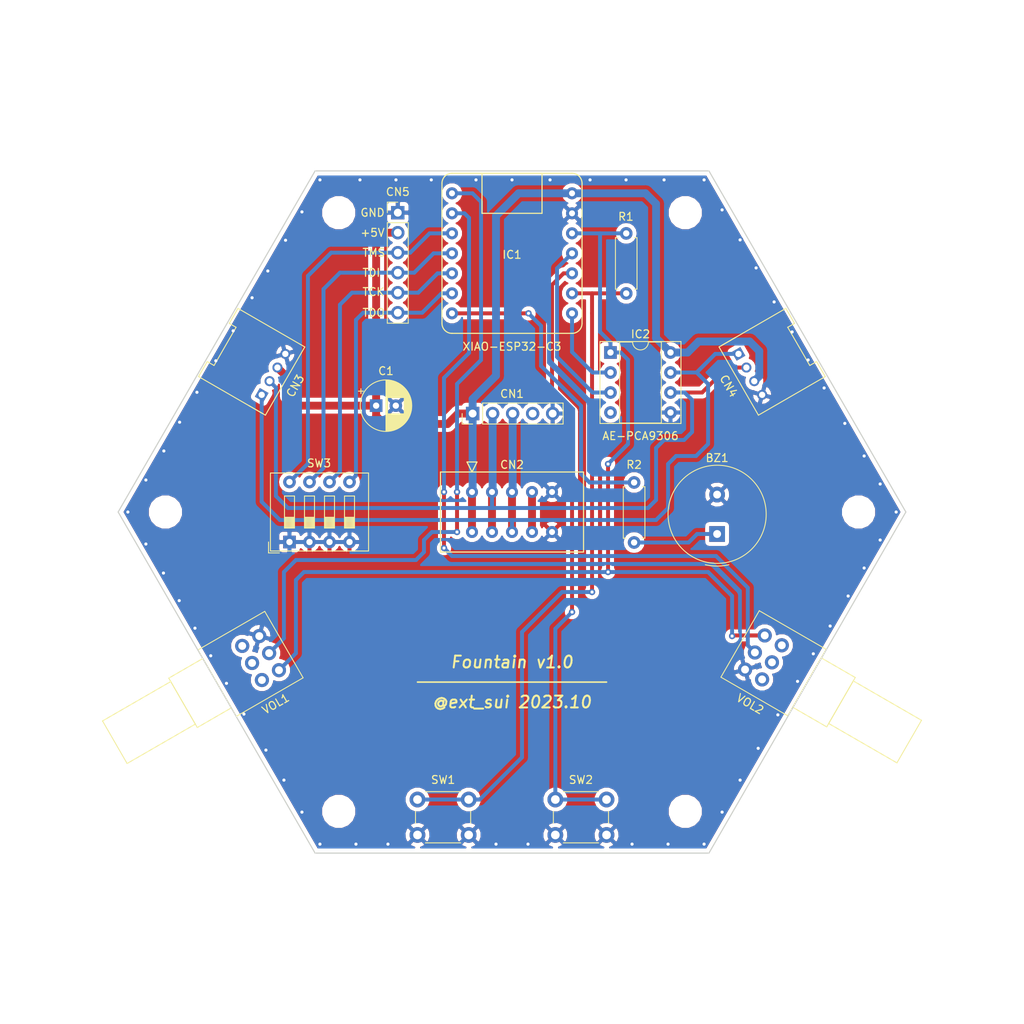
<source format=kicad_pcb>
(kicad_pcb (version 20171130) (host pcbnew "(5.0.2)-1")
  (layers (0 F.Cu signal) (31 B.Cu signal) (34 B.Paste user) (35 F.Paste user) (36 B.SilkS user) (37 F.SilkS user) (38 B.Mask user) (39 F.Mask user) (44 Edge.Cuts user))
  (net 0 "")
  (net 1 GND)
  (net 2 5V)
  (net 3 3V3)
  (net 4 "Net-(BZ1-Pad1)")
  (net 5 SDA_5V)
  (net 6 SCL_5V)
  (net 7 "Net-(CN1-Pad4)")
  (net 8 "Net-(CN2-Pad4)")
  (net 9 SDA_3V3)
  (net 10 "Net-(IC1-Pad10)")
  (net 11 "Net-(IC1-Pad9)")
  (net 12 SCL_3V3)
  (net 13 "Net-(IC1-Pad7)")
  (net 14 RV2)
  (net 15 RV1)
  (net 16 "Net-(IC2-Pad4)")
  (net 17 "Net-(VOL1-Pad1)")
  (net 18 "Net-(VOL1-Pad2)")
  (net 19 "Net-(VOL1-Pad3)")
  (net 20 "Net-(VOL2-Pad3)")
  (net 21 "Net-(VOL2-Pad2)")
  (net 22 "Net-(VOL2-Pad1)")
  (net 23 "Net-(CN5-Pad4)")
  (net 24 "Net-(CN5-Pad3)")
  (net 25 "Net-(CN5-Pad5)")
  (net 26 "Net-(CN5-Pad6)")
  (module extsui:SeeeduinoXIAO (layer F.Cu) (at 130 62)
    (fp_text reference IC1 (at 0 10.334) (layer F.SilkS))
    (fp_text value XIAO-ESP32-C3)
    (fp_text user XIAO-ESP32-C3 (at 0 22) (layer F.SilkS))
    (pad 14 thru_hole circle (at 7.62 2.54) (size 1.524 1.524) (drill 0.762) (layers *.Cu *.Mask) (net 2 5V))
    (pad 13 thru_hole circle (at 7.62 5.08) (size 1.524 1.524) (drill 0.762) (layers *.Cu *.Mask) (net 1 GND))
    (pad 12 thru_hole circle (at 7.62 7.62) (size 1.524 1.524) (drill 0.762) (layers *.Cu *.Mask) (net 3 3V3))
    (pad 11 thru_hole circle (at 7.62 10.16) (size 1.524 1.524) (drill 0.762) (layers *.Cu *.Mask) (net 9 SDA_3V3))
    (pad 10 thru_hole circle (at 7.62 12.7) (size 1.524 1.524) (drill 0.762) (layers *.Cu *.Mask) (net 10 "Net-(IC1-Pad10)"))
    (pad 9 thru_hole circle (at 7.62 15.24) (size 1.524 1.524) (drill 0.762) (layers *.Cu *.Mask) (net 11 "Net-(IC1-Pad9)"))
    (pad 8 thru_hole circle (at 7.62 17.78) (size 1.524 1.524) (drill 0.762) (layers *.Cu *.Mask) (net 12 SCL_3V3))
    (pad 7 thru_hole circle (at -7.62 17.78) (size 1.524 1.524) (drill 0.762) (layers *.Cu *.Mask) (net 13 "Net-(IC1-Pad7)"))
    (pad 6 thru_hole circle (at -7.62 15.24) (size 1.524 1.524) (drill 0.762) (layers *.Cu *.Mask) (net 26 "Net-(CN5-Pad6)"))
    (pad 5 thru_hole circle (at -7.62 12.7) (size 1.524 1.524) (drill 0.762) (layers *.Cu *.Mask) (net 25 "Net-(CN5-Pad5)"))
    (pad 4 thru_hole circle (at -7.62 10.16) (size 1.524 1.524) (drill 0.762) (layers *.Cu *.Mask) (net 23 "Net-(CN5-Pad4)"))
    (pad 3 thru_hole circle (at -7.62 7.62) (size 1.524 1.524) (drill 0.762) (layers *.Cu *.Mask) (net 24 "Net-(CN5-Pad3)"))
    (pad 2 thru_hole circle (at -7.62 5.08) (size 1.524 1.524) (drill 0.762) (layers *.Cu *.Mask) (net 14 RV2))
    (pad 1 thru_hole circle (at -7.62 2.54) (size 1.524 1.524) (drill 0.762) (layers *.Cu *.Mask) (net 15 RV1))
  )
  (module MountingHole:MountingHole_3.2mm_M3 (layer F.Cu) (at 108 143)
    (fp_text reference H1 hide)
    (fp_text value MountingHole)
    (pad 1 np_thru_hole circle (at 0 0) (size 3.2 3.2) (drill 3.2) (layers *.Cu *.Mask))
  )
  (module MountingHole:MountingHole_3.2mm_M3 (layer F.Cu) (at 152 143)
    (fp_text reference H2 hide)
    (fp_text value MountingHole)
    (pad 1 np_thru_hole circle (at 0 0) (size 3.2 3.2) (drill 3.2) (layers *.Cu *.Mask))
  )
  (module MountingHole:MountingHole_3.2mm_M3 (layer F.Cu) (at 174 105)
    (fp_text reference H3 hide)
    (fp_text value MountingHole)
    (pad 1 np_thru_hole circle (at 0 0) (size 3.2 3.2) (drill 3.2) (layers *.Cu *.Mask))
  )
  (module MountingHole:MountingHole_3.2mm_M3 (layer F.Cu) (at 152 67)
    (fp_text reference H4 hide)
    (fp_text value MountingHole)
    (pad 1 np_thru_hole circle (at 0 0) (size 3.2 3.2) (drill 3.2) (layers *.Cu *.Mask))
  )
  (module MountingHole:MountingHole_3.2mm_M3 (layer F.Cu) (at 108 67)
    (fp_text reference H5 hide)
    (fp_text value MountingHole)
    (pad 1 np_thru_hole circle (at 0 0) (size 3.2 3.2) (drill 3.2) (layers *.Cu *.Mask))
  )
  (module MountingHole:MountingHole_3.2mm_M3 (layer F.Cu) (at 86 105)
    (fp_text reference H6 hide)
    (fp_text value MountingHole)
    (pad 1 np_thru_hole circle (at 0 0) (size 3.2 3.2) (drill 3.2) (layers *.Cu *.Mask))
  )
  (module Buzzer_Beeper:Buzzer_TDK_PS1240P02BT_D12.2mm_H6.5mm (layer F.Cu) (at 156.04 107.79 90)
    (fp_text reference BZ1 (at 9.652 0 180) (layer F.SilkS))
    (fp_text value Buzzer)
    (pad 1 thru_hole rect (at 0 0 90) (size 2 2) (drill 1) (layers *.Cu *.Mask) (net 4 "Net-(BZ1-Pad1)"))
    (pad 2 thru_hole circle (at 5 0 90) (size 2 2) (drill 1) (layers *.Cu *.Mask) (net 1 GND))
  )
  (module Connector_PinHeader_2.54mm:PinHeader_1x05_P2.54mm_Vertical (layer F.Cu) (at 125 92.5 90)
    (fp_text reference CN1 (at 2.5 5 180) (layer F.SilkS))
    (fp_text value Conn_01x05_Female)
    (pad 1 thru_hole rect (at 0 0 90) (size 1.7 1.7) (drill 1) (layers *.Cu *.Mask) (net 2 5V))
    (pad 2 thru_hole oval (at 0 2.54 90) (size 1.7 1.7) (drill 1) (layers *.Cu *.Mask) (net 5 SDA_5V))
    (pad 3 thru_hole oval (at 0 5.08 90) (size 1.7 1.7) (drill 1) (layers *.Cu *.Mask) (net 6 SCL_5V))
    (pad 4 thru_hole oval (at 0 7.62 90) (size 1.7 1.7) (drill 1) (layers *.Cu *.Mask) (net 7 "Net-(CN1-Pad4)"))
    (pad 5 thru_hole oval (at 0 10.16 90) (size 1.7 1.7) (drill 1) (layers *.Cu *.Mask) (net 1 GND))
  )
  (module extsui:CONN_CARD_EDGE_395-010-521-201 (layer F.Cu) (at 130 105)
    (fp_text reference CN2 (at 0 -6) (layer F.SilkS))
    (fp_text value CardEdgeConnector5P)
    (pad 5 thru_hole circle (at 5.08 2.54) (size 1.524 1.524) (drill 0.762) (layers *.Cu *.Mask) (net 1 GND))
    (pad 4 thru_hole circle (at 2.54 2.54) (size 1.524 1.524) (drill 0.762) (layers *.Cu *.Mask) (net 8 "Net-(CN2-Pad4)"))
    (pad 3 thru_hole circle (at 0 2.54) (size 1.524 1.524) (drill 0.762) (layers *.Cu *.Mask) (net 6 SCL_5V))
    (pad 2 thru_hole circle (at -2.54 2.54) (size 1.524 1.524) (drill 0.762) (layers *.Cu *.Mask) (net 5 SDA_5V))
    (pad 1 thru_hole circle (at -5.08 2.54) (size 1.524 1.524) (drill 0.762) (layers *.Cu *.Mask) (net 2 5V))
    (pad 5 thru_hole circle (at 5.08 -2.54) (size 1.524 1.524) (drill 0.762) (layers *.Cu *.Mask) (net 1 GND))
    (pad 4 thru_hole circle (at 2.54 -2.54) (size 1.524 1.524) (drill 0.762) (layers *.Cu *.Mask) (net 8 "Net-(CN2-Pad4)"))
    (pad 3 thru_hole circle (at 0 -2.54) (size 1.524 1.524) (drill 0.762) (layers *.Cu *.Mask) (net 6 SCL_5V))
    (pad 2 thru_hole circle (at -2.54 -2.54) (size 1.524 1.524) (drill 0.762) (layers *.Cu *.Mask) (net 5 SDA_5V))
    (pad 1 thru_hole circle (at -5.08 -2.54) (size 1.524 1.524) (drill 0.762) (layers *.Cu *.Mask) (net 2 5V))
  )
  (module Package_DIP:DIP-8_W7.62mm_Socket (layer F.Cu) (at 142.5 84.75)
    (fp_text reference IC2 (at 3.81 -2.33) (layer F.SilkS))
    (fp_text value AE-PCA9306 (at 3.81 10.598) (layer F.SilkS))
    (pad 1 thru_hole rect (at 0 0) (size 1.6 1.6) (drill 0.8) (layers *.Cu *.Mask) (net 3 3V3))
    (pad 5 thru_hole oval (at 7.62 7.62) (size 1.6 1.6) (drill 0.8) (layers *.Cu *.Mask) (net 1 GND))
    (pad 2 thru_hole oval (at 0 2.54) (size 1.6 1.6) (drill 0.8) (layers *.Cu *.Mask) (net 12 SCL_3V3))
    (pad 6 thru_hole oval (at 7.62 5.08) (size 1.6 1.6) (drill 0.8) (layers *.Cu *.Mask) (net 5 SDA_5V))
    (pad 3 thru_hole oval (at 0 5.08) (size 1.6 1.6) (drill 0.8) (layers *.Cu *.Mask) (net 9 SDA_3V3))
    (pad 7 thru_hole oval (at 7.62 2.54) (size 1.6 1.6) (drill 0.8) (layers *.Cu *.Mask) (net 6 SCL_5V))
    (pad 4 thru_hole oval (at 0 7.62) (size 1.6 1.6) (drill 0.8) (layers *.Cu *.Mask) (net 16 "Net-(IC2-Pad4)"))
    (pad 8 thru_hole oval (at 7.62 0) (size 1.6 1.6) (drill 0.8) (layers *.Cu *.Mask) (net 2 5V))
  )
  (module Button_Switch_THT:SW_PUSH_6mm_H8.5mm (layer F.Cu) (at 118 141.5)
    (fp_text reference SW1 (at 3.25 -2.5) (layer F.SilkS))
    (fp_text value "(TBD)")
    (pad 2 thru_hole circle (at 0 4.5 90) (size 2 2) (drill 1.1) (layers *.Cu *.Mask) (net 1 GND))
    (pad 1 thru_hole circle (at 0 0 90) (size 2 2) (drill 1.1) (layers *.Cu *.Mask) (net 11 "Net-(IC1-Pad9)"))
    (pad 2 thru_hole circle (at 6.5 4.5 90) (size 2 2) (drill 1.1) (layers *.Cu *.Mask) (net 1 GND))
    (pad 1 thru_hole circle (at 6.5 0 90) (size 2 2) (drill 1.1) (layers *.Cu *.Mask) (net 11 "Net-(IC1-Pad9)"))
  )
  (module Button_Switch_THT:SW_PUSH_6mm_H8.5mm (layer F.Cu) (at 135.5 141.5)
    (fp_text reference SW2 (at 3.25 -2.5) (layer F.SilkS))
    (fp_text value "(TBD)")
    (pad 1 thru_hole circle (at 6.5 0 90) (size 2 2) (drill 1.1) (layers *.Cu *.Mask) (net 10 "Net-(IC1-Pad10)"))
    (pad 2 thru_hole circle (at 6.5 4.5 90) (size 2 2) (drill 1.1) (layers *.Cu *.Mask) (net 1 GND))
    (pad 1 thru_hole circle (at 0 0 90) (size 2 2) (drill 1.1) (layers *.Cu *.Mask) (net 10 "Net-(IC1-Pad10)"))
    (pad 2 thru_hole circle (at 0 4.5 90) (size 2 2) (drill 1.1) (layers *.Cu *.Mask) (net 1 GND))
  )
  (module Button_Switch_THT:SW_DIP_SPSTx04_Slide_9.78x12.34mm_W7.62mm_P2.54mm (layer F.Cu) (at 101.75 108.81 90)
    (fp_text reference SW3 (at 10 3.75 180) (layer F.SilkS))
    (fp_text value DIPSW-4P)
    (pad 1 thru_hole rect (at 0 0 90) (size 1.6 1.6) (drill 0.8) (layers *.Cu *.Mask) (net 1 GND))
    (pad 5 thru_hole oval (at 7.62 7.62 90) (size 1.6 1.6) (drill 0.8) (layers *.Cu *.Mask) (net 26 "Net-(CN5-Pad6)"))
    (pad 2 thru_hole oval (at 0 2.54 90) (size 1.6 1.6) (drill 0.8) (layers *.Cu *.Mask) (net 1 GND))
    (pad 6 thru_hole oval (at 7.62 5.08 90) (size 1.6 1.6) (drill 0.8) (layers *.Cu *.Mask) (net 25 "Net-(CN5-Pad5)"))
    (pad 3 thru_hole oval (at 0 5.08 90) (size 1.6 1.6) (drill 0.8) (layers *.Cu *.Mask) (net 1 GND))
    (pad 7 thru_hole oval (at 7.62 2.54 90) (size 1.6 1.6) (drill 0.8) (layers *.Cu *.Mask) (net 23 "Net-(CN5-Pad4)"))
    (pad 4 thru_hole oval (at 0 7.62 90) (size 1.6 1.6) (drill 0.8) (layers *.Cu *.Mask) (net 1 GND))
    (pad 8 thru_hole oval (at 7.62 0 90) (size 1.6 1.6) (drill 0.8) (layers *.Cu *.Mask) (net 24 "Net-(CN5-Pad3)"))
  )
  (module Potentiometer_THT:Potentiometer_Alps_RK097_Dual_Horizontal (layer F.Cu) (at 95.75 122 210)
    (fp_text reference VOL1 (at 0 -8.5 210) (layer F.SilkS))
    (fp_text value "(TBD)")
    (pad 4 thru_hole circle (at -2.5 0 210) (size 1.8 1.8) (drill 1) (layers *.Cu *.Mask) (net 1 GND))
    (pad 5 thru_hole circle (at -2.5 -2.500001 210) (size 1.8 1.8) (drill 1) (layers *.Cu *.Mask) (net 15 RV1))
    (pad 6 thru_hole circle (at -2.5 -5 210) (size 1.8 1.8) (drill 1) (layers *.Cu *.Mask) (net 3 3V3))
    (pad 1 thru_hole circle (at 0 0 210) (size 1.8 1.8) (drill 1) (layers *.Cu *.Mask) (net 17 "Net-(VOL1-Pad1)"))
    (pad 2 thru_hole circle (at 0 -2.5 210) (size 1.8 1.8) (drill 1) (layers *.Cu *.Mask) (net 18 "Net-(VOL1-Pad2)"))
    (pad 3 thru_hole circle (at 0 -5 210) (size 1.8 1.8) (drill 1) (layers *.Cu *.Mask) (net 19 "Net-(VOL1-Pad3)"))
  )
  (module Potentiometer_THT:Potentiometer_Alps_RK097_Dual_Horizontal (layer F.Cu) (at 161.75 126.25 330)
    (fp_text reference VOL2 (at 0.247177 3.476124 330) (layer F.SilkS))
    (fp_text value "(TBD)")
    (pad 3 thru_hole circle (at 0 -5 330) (size 1.8 1.8) (drill 1) (layers *.Cu *.Mask) (net 20 "Net-(VOL2-Pad3)"))
    (pad 2 thru_hole circle (at 0 -2.5 330) (size 1.8 1.8) (drill 1) (layers *.Cu *.Mask) (net 21 "Net-(VOL2-Pad2)"))
    (pad 1 thru_hole circle (at 0 0 330) (size 1.8 1.8) (drill 1) (layers *.Cu *.Mask) (net 22 "Net-(VOL2-Pad1)"))
    (pad 6 thru_hole circle (at -2.5 -5 330) (size 1.8 1.8) (drill 1) (layers *.Cu *.Mask) (net 3 3V3))
    (pad 5 thru_hole circle (at -2.500001 -2.5 330) (size 1.8 1.8) (drill 1) (layers *.Cu *.Mask) (net 14 RV2))
    (pad 4 thru_hole circle (at -2.5 0 330) (size 1.8 1.8) (drill 1) (layers *.Cu *.Mask) (net 1 GND))
  )
  (module OPL_Connector:HW4-2.0-90D (layer F.Cu) (at 96.95 85.925 60)
    (fp_text reference CN3 (at 0.111972 6.343941 60) (layer F.SilkS))
    (fp_text value GROVE_IIC_5V)
    (pad 1 thru_hole rect (at -2.99974 3.20012 60) (size 1.27 1.27) (drill 0.79756) (layers *.Cu *.Mask) (net 6 SCL_5V))
    (pad 2 thru_hole circle (at -0.99822 3.2 60) (size 1.27 1.27) (drill 0.79756) (layers *.Cu *.Mask) (net 5 SDA_5V))
    (pad 3 thru_hole circle (at 0.99822 3.2 60) (size 1.27 1.27) (drill 0.79756) (layers *.Cu *.Mask) (net 2 5V))
    (pad 4 thru_hole circle (at 2.99974 3.2 60) (size 1.27 1.27) (drill 0.79756) (layers *.Cu *.Mask) (net 1 GND))
  )
  (module OPL_Connector:HW4-2.0-90D (layer F.Cu) (at 163.025 85.925 300)
    (fp_text reference CN4 (at -0.099472 6.32229 300) (layer F.SilkS))
    (fp_text value GROVE_IIC_5V)
    (pad 4 thru_hole circle (at 2.99974 3.2 300) (size 1.27 1.27) (drill 0.79756) (layers *.Cu *.Mask) (net 1 GND))
    (pad 3 thru_hole circle (at 0.99822 3.2 300) (size 1.27 1.27) (drill 0.79756) (layers *.Cu *.Mask) (net 2 5V))
    (pad 2 thru_hole circle (at -0.99822 3.2 300) (size 1.27 1.27) (drill 0.79756) (layers *.Cu *.Mask) (net 5 SDA_5V))
    (pad 1 thru_hole rect (at -2.99974 3.20012 300) (size 1.27 1.27) (drill 0.79756) (layers *.Cu *.Mask) (net 6 SCL_5V))
  )
  (module Resistor_THT:R_Axial_DIN0207_L6.3mm_D2.5mm_P7.62mm_Horizontal (layer F.Cu) (at 144.5 77.25 90)
    (fp_text reference R1 (at 9.742 -0.044 180) (layer F.SilkS))
    (fp_text value 10k)
    (pad 1 thru_hole circle (at 0 0 90) (size 1.6 1.6) (drill 0.8) (layers *.Cu *.Mask) (net 11 "Net-(IC1-Pad9)"))
    (pad 2 thru_hole oval (at 7.62 0 90) (size 1.6 1.6) (drill 0.8) (layers *.Cu *.Mask) (net 3 3V3))
  )
  (module Resistor_THT:R_Axial_DIN0207_L6.3mm_D2.5mm_P7.62mm_Horizontal (layer F.Cu) (at 145.5 101.25 270)
    (fp_text reference R2 (at -2.25 0) (layer F.SilkS))
    (fp_text value 1k)
    (pad 1 thru_hole circle (at 0 0 270) (size 1.6 1.6) (drill 0.8) (layers *.Cu *.Mask) (net 13 "Net-(IC1-Pad7)"))
    (pad 2 thru_hole oval (at 7.62 0 270) (size 1.6 1.6) (drill 0.8) (layers *.Cu *.Mask) (net 4 "Net-(BZ1-Pad1)"))
  )
  (module Capacitor_THT:CP_Radial_D6.3mm_P2.50mm (layer F.Cu) (at 112.75 91.5)
    (fp_text reference C1 (at 1.25 -4.4) (layer F.SilkS))
    (fp_text value CP)
    (pad 1 thru_hole rect (at 0 0) (size 1.6 1.6) (drill 0.8) (layers *.Cu *.Mask) (net 2 5V))
    (pad 2 thru_hole circle (at 2.5 0) (size 1.6 1.6) (drill 0.8) (layers *.Cu *.Mask) (net 1 GND))
  )
  (module Connector_PinHeader_2.54mm:PinHeader_1x06_P2.54mm_Vertical (layer F.Cu) (at 115.5 67)
    (fp_text reference CN5 (at 0 -2.64) (layer F.SilkS))
    (fp_text value JTAG)
    (pad 1 thru_hole rect (at 0 0) (size 1.7 1.7) (drill 1) (layers *.Cu *.Mask) (net 1 GND))
    (pad 2 thru_hole oval (at 0 2.54) (size 1.7 1.7) (drill 1) (layers *.Cu *.Mask) (net 2 5V))
    (pad 3 thru_hole oval (at 0 5.08) (size 1.7 1.7) (drill 1) (layers *.Cu *.Mask) (net 24 "Net-(CN5-Pad3)"))
    (pad 4 thru_hole oval (at 0 7.62) (size 1.7 1.7) (drill 1) (layers *.Cu *.Mask) (net 23 "Net-(CN5-Pad4)"))
    (pad 5 thru_hole oval (at 0 10.16) (size 1.7 1.7) (drill 1) (layers *.Cu *.Mask) (net 25 "Net-(CN5-Pad5)"))
    (pad 6 thru_hole oval (at 0 12.7) (size 1.7 1.7) (drill 1) (layers *.Cu *.Mask) (net 26 "Net-(CN5-Pad6)"))
  )
  (gr_text TDO (at 110.928 79.7) (layer F.SilkS) (effects (font (size 1 1)) (justify left)))
  (gr_text TDI (at 110.928 74.62) (layer F.SilkS) (effects (font (size 1 1)) (justify left)))
  (gr_text TCK (at 110.928 77.06) (layer F.SilkS) (effects (font (size 1 1)) (justify left)))
  (gr_text TMS (at 110.928 72.08) (layer F.SilkS) (effects (font (size 1 1)) (justify left)))
  (gr_text +5V (at 110.674 69.54) (layer F.SilkS) (effects (font (size 1 1)) (justify left)))
  (gr_text GND (at 110.674 67) (layer F.SilkS) (effects (font (size 1 1)) (justify left)))
  (gr_text "Fountain v1.0" (at 130 124.05) (layer F.SilkS) (effects (font (size 1.5 1.5) (thickness 0.25) italic)))
  (gr_line (start 118 126.59) (end 142 126.59) (layer F.SilkS) (width 0.2))
  (gr_line (start 155 148.30127) (end 180 105) (layer Edge.Cuts) (width 0.15))
  (gr_line (start 105 148.30127) (end 155 148.30127) (layer Edge.Cuts) (width 0.15))
  (gr_text "@ext_sui 2023.10" (at 130 129.13) (layer F.SilkS) (effects (font (size 1.5 1.5) (thickness 0.25) italic)))
  (gr_line (start 105 61.69873) (end 155 61.69873) (layer Edge.Cuts) (width 0.15))
  (gr_line (start 155 61.69873) (end 180 105) (layer Edge.Cuts) (width 0.15))
  (gr_line (start 105 148.30127) (end 80 105) (layer Edge.Cuts) (width 0.15))
  (gr_line (start 80 105) (end 105 61.69873) (layer Edge.Cuts) (width 0.15))
  (via (at 105.616 62.836) (size 0.8) (drill 0.4) (layers F.Cu B.Cu) (net 1))
  (via (at 81.232 105) (size 0.8) (drill 0.4) (layers F.Cu B.Cu) (net 1))
  (via (at 105.616 147.164) (size 0.8) (drill 0.4) (layers F.Cu B.Cu) (net 1))
  (via (at 154.384 147.164) (size 0.8) (drill 0.4) (layers F.Cu B.Cu) (net 1))
  (via (at 178.768 105) (size 0.8) (drill 0.4) (layers F.Cu B.Cu) (net 1))
  (via (at 154.384 62.836) (size 0.8) (drill 0.4) (layers F.Cu B.Cu) (net 1))
  (via (at 103.33 66.9) (size 0.8) (drill 0.4) (layers F.Cu B.Cu) (net 1))
  (via (at 101.25 70.5) (size 0.8) (drill 0.4) (layers F.Cu B.Cu) (net 1))
  (via (at 99 74.4) (size 0.8) (drill 0.4) (layers F.Cu B.Cu) (net 1))
  (via (at 87.8 93.6) (size 0.8) (drill 0.4) (layers F.Cu B.Cu) (net 1))
  (via (at 85.8 97.25) (size 0.8) (drill 0.4) (layers F.Cu B.Cu) (net 1))
  (via (at 83.518 100.936) (size 0.8) (drill 0.4) (layers F.Cu B.Cu) (net 1))
  (via (at 83.518 109.064) (size 0.8) (drill 0.4) (layers F.Cu B.Cu) (net 1))
  (via (at 85.75 112.75) (size 0.8) (drill 0.4) (layers F.Cu B.Cu) (net 1))
  (via (at 87.75 116.25) (size 0.8) (drill 0.4) (layers F.Cu B.Cu) (net 1))
  (via (at 98.758 135.226) (size 0.8) (drill 0.4) (layers F.Cu B.Cu) (net 1))
  (via (at 101.044 139.036) (size 0.8) (drill 0.4) (layers F.Cu B.Cu) (net 1))
  (via (at 103.33 143.1) (size 0.8) (drill 0.4) (layers F.Cu B.Cu) (net 1))
  (via (at 110.188 147.164) (size 0.8) (drill 0.4) (layers F.Cu B.Cu) (net 1))
  (via (at 149.812 147.164) (size 0.8) (drill 0.4) (layers F.Cu B.Cu) (net 1))
  (via (at 172.672 115.668) (size 0.8) (drill 0.4) (layers F.Cu B.Cu) (net 1))
  (via (at 174.704 112.112) (size 0.8) (drill 0.4) (layers F.Cu B.Cu) (net 1))
  (via (at 176.736 108.556) (size 0.8) (drill 0.4) (layers F.Cu B.Cu) (net 1))
  (via (at 156.67 143.1) (size 0.8) (drill 0.4) (layers F.Cu B.Cu) (net 1))
  (via (at 158.956 139.036) (size 0.8) (drill 0.4) (layers F.Cu B.Cu) (net 1))
  (via (at 176.736 101.444) (size 0.8) (drill 0.4) (layers F.Cu B.Cu) (net 1))
  (via (at 174.704 97.888) (size 0.8) (drill 0.4) (layers F.Cu B.Cu) (net 1))
  (via (at 158.956 70.456) (size 0.8) (drill 0.4) (layers F.Cu B.Cu) (net 1))
  (via (at 156.67 66.646) (size 0.8) (drill 0.4) (layers F.Cu B.Cu) (net 1))
  (via (at 110.696 62.836) (size 0.8) (drill 0.4) (layers F.Cu B.Cu) (net 1))
  (via (at 169.624 89.252) (size 0.8) (drill 0.4) (layers F.Cu B.Cu) (net 1))
  (via (at 167.592 85.696) (size 0.8) (drill 0.4) (layers F.Cu B.Cu) (net 1))
  (via (at 165.56 82.14) (size 0.8) (drill 0.4) (layers F.Cu B.Cu) (net 1))
  (via (at 163.274 78.33) (size 0.8) (drill 0.4) (layers F.Cu B.Cu) (net 1))
  (via (at 170.386 119.478) (size 0.8) (drill 0.4) (layers F.Cu B.Cu) (net 1))
  (via (at 166.25 126.5) (size 0.8) (drill 0.4) (layers F.Cu B.Cu) (net 1))
  (via (at 163.75 130.75) (size 0.8) (drill 0.4) (layers F.Cu B.Cu) (net 1))
  (via (at 132.032 147.164) (size 0.8) (drill 0.4) (layers F.Cu B.Cu) (net 1))
  (via (at 93.75 126.75) (size 0.8) (drill 0.4) (layers F.Cu B.Cu) (net 1))
  (via (at 95.964 130.654) (size 0.8) (drill 0.4) (layers F.Cu B.Cu) (net 1))
  (via (at 91.75 123.25) (size 0.8) (drill 0.4) (layers F.Cu B.Cu) (net 1))
  (via (at 97 77.8) (size 0.8) (drill 0.4) (layers F.Cu B.Cu) (net 1))
  (via (at 92.4 85.8) (size 0.8) (drill 0.4) (layers F.Cu B.Cu) (net 1))
  (via (at 90 89.8) (size 0.8) (drill 0.4) (layers F.Cu B.Cu) (net 1))
  (via (at 115.268 62.836) (size 0.8) (drill 0.4) (layers F.Cu B.Cu) (net 1))
  (via (at 125.428 62.836) (size 0.8) (drill 0.4) (layers F.Cu B.Cu) (net 1))
  (via (at 130 62.836) (size 0.8) (drill 0.4) (layers F.Cu B.Cu) (net 1))
  (via (at 134.826 62.836) (size 0.8) (drill 0.4) (layers F.Cu B.Cu) (net 1))
  (via (at 139.906 62.836) (size 0.8) (drill 0.4) (layers F.Cu B.Cu) (net 1))
  (via (at 144.478 62.836) (size 0.8) (drill 0.4) (layers F.Cu B.Cu) (net 1))
  (via (at 149.304 62.836) (size 0.8) (drill 0.4) (layers F.Cu B.Cu) (net 1))
  (via (at 172.25 93.75) (size 0.8) (drill 0.4) (layers F.Cu B.Cu) (net 1))
  (via (at 168.25 123) (size 0.8) (drill 0.4) (layers F.Cu B.Cu) (net 1))
  (via (at 161.25 135) (size 0.8) (drill 0.4) (layers F.Cu B.Cu) (net 1))
  (via (at 89.75 119.75) (size 0.8) (drill 0.4) (layers F.Cu B.Cu) (net 1))
  (via (at 94.6 82) (size 0.8) (drill 0.4) (layers F.Cu B.Cu) (net 1))
  (via (at 114.252 147.164) (size 0.8) (drill 0.4) (layers F.Cu B.Cu) (net 1))
  (via (at 127.968 147.164) (size 0.8) (drill 0.4) (layers F.Cu B.Cu) (net 1))
  (via (at 145.24 147.164) (size 0.8) (drill 0.4) (layers F.Cu B.Cu) (net 1))
  (segment (start 135.16 102.38) (end 135.08 102.46) (width 0.5) (layer F.Cu) (net 1))
  (segment (start 112.75 86.055) (end 112.75 86.585) (width 1) (layer F.Cu) (net 2))
  (segment (start 112.75 86.585) (end 112.75 91.5) (width 1) (layer F.Cu) (net 2))
  (segment (start 124.92 107.54) (end 124.92 102.46) (width 1) (layer F.Cu) (net 2))
  (segment (start 150.12 84.75) (end 152.295 84.75) (width 1) (layer B.Cu) (net 2))
  (segment (start 112.75 86.585) (end 112.75 70.815) (width 1) (layer F.Cu) (net 2))
  (segment (start 114.025 69.54) (end 115.5 69.54) (width 1) (layer F.Cu) (net 2))
  (segment (start 112.75 70.815) (end 114.025 69.54) (width 1) (layer F.Cu) (net 2))
  (segment (start 137.62 64.54) (end 146.944 64.54) (width 1) (layer B.Cu) (net 2))
  (segment (start 146.944 64.54) (end 148.288 65.884) (width 1) (layer B.Cu) (net 2))
  (segment (start 148.288 82.918) (end 150.12 84.75) (width 1) (layer B.Cu) (net 2))
  (segment (start 148.288 65.884) (end 148.288 82.918) (width 1) (layer B.Cu) (net 2))
  (segment (start 161.387828 87.754485) (end 161.387828 84.571828) (width 1) (layer B.Cu) (net 2))
  (segment (start 160.752829 88.389484) (end 161.387828 87.754485) (width 1) (layer B.Cu) (net 2))
  (segment (start 153.685227 83.359773) (end 152.295 84.75) (width 1) (layer B.Cu) (net 2))
  (segment (start 160.175773 83.359773) (end 153.685227 83.359773) (width 1) (layer B.Cu) (net 2))
  (segment (start 161.387828 84.571828) (end 160.175773 83.359773) (width 1) (layer B.Cu) (net 2))
  (segment (start 137.62 64.54) (end 130.836 64.54) (width 1) (layer B.Cu) (net 2))
  (segment (start 130.836 64.54) (end 127.968 67.408) (width 1) (layer B.Cu) (net 2))
  (segment (start 125 90.65) (end 125 92.5) (width 1) (layer B.Cu) (net 2))
  (segment (start 127.968 87.682) (end 125 90.65) (width 1) (layer B.Cu) (net 2))
  (segment (start 127.968 67.408) (end 127.968 87.682) (width 1) (layer B.Cu) (net 2))
  (segment (start 125 102.38) (end 124.92 102.46) (width 1) (layer B.Cu) (net 2))
  (segment (start 125 92.5) (end 125 102.38) (width 1) (layer B.Cu) (net 2))
  (segment (start 112.75 92.808) (end 112.75 91.5) (width 1) (layer F.Cu) (net 2))
  (segment (start 113.766 93.824) (end 112.75 92.808) (width 1) (layer F.Cu) (net 2))
  (segment (start 121.826 93.824) (end 113.766 93.824) (width 1) (layer F.Cu) (net 2))
  (segment (start 123.15 92.5) (end 121.826 93.824) (width 1) (layer F.Cu) (net 2))
  (segment (start 125 92.5) (end 123.15 92.5) (width 1) (layer F.Cu) (net 2))
  (segment (start 112.75 91.5) (end 102.784 91.5) (width 1) (layer F.Cu) (net 2))
  (segment (start 102.784 91.5) (end 101.552 90.268) (width 1) (layer F.Cu) (net 2))
  (segment (start 101.552 87.992125) (end 100.220391 86.660516) (width 1) (layer F.Cu) (net 2))
  (segment (start 101.552 90.268) (end 101.552 87.992125) (width 1) (layer F.Cu) (net 2))
  (segment (start 144.49 69.62) (end 144.5 69.63) (width 0.5) (layer F.Cu) (net 3))
  (segment (start 137.63 69.63) (end 137.62 69.62) (width 1) (layer F.Cu) (net 3))
  (segment (start 144.49 69.62) (end 144.5 69.63) (width 0.5) (layer B.Cu) (net 3))
  (segment (start 137.62 69.62) (end 141.176 69.62) (width 0.5) (layer B.Cu) (net 3))
  (segment (start 141.176 69.62) (end 144.49 69.62) (width 0.5) (layer B.Cu) (net 3))
  (segment (start 142.5 83.45) (end 142.5 84.75) (width 0.5) (layer B.Cu) (net 3))
  (segment (start 141.176 82.14) (end 141.176 69.62) (width 0.5) (layer B.Cu) (net 3))
  (segment (start 159.542127 120.669873) (end 162.084936 120.669873) (width 0.5) (layer F.Cu) (net 3))
  (segment (start 141.19 82.14) (end 142.5 83.45) (width 0.5) (layer B.Cu) (net 3))
  (segment (start 141.176 82.14) (end 141.19 82.14) (width 0.5) (layer B.Cu) (net 3))
  (segment (start 100.415064 125.080127) (end 102.568 122.927191) (width 0.5) (layer B.Cu) (net 3))
  (segment (start 102.568 122.927191) (end 102.568 113.636) (width 0.5) (layer B.Cu) (net 3))
  (segment (start 102.568 113.636) (end 103.584 112.62) (width 0.5) (layer B.Cu) (net 3))
  (segment (start 143.8 84.75) (end 144.732 85.682) (width 0.5) (layer B.Cu) (net 3))
  (segment (start 142.5 84.75) (end 143.8 84.75) (width 0.5) (layer B.Cu) (net 3))
  (via (at 142.192 98.904) (size 0.8) (drill 0.4) (layers F.Cu B.Cu) (net 3))
  (segment (start 144.732 85.682) (end 144.732 96.364) (width 0.5) (layer B.Cu) (net 3))
  (segment (start 144.732 96.364) (end 142.192 98.904) (width 0.5) (layer B.Cu) (net 3))
  (via (at 142.192 112.62) (size 0.8) (drill 0.4) (layers F.Cu B.Cu) (net 3))
  (segment (start 142.192 98.904) (end 142.192 112.62) (width 0.5) (layer F.Cu) (net 3))
  (segment (start 103.584 112.62) (end 142.192 112.62) (width 0.5) (layer B.Cu) (net 3))
  (via (at 157.94 120.748) (size 0.8) (drill 0.4) (layers F.Cu B.Cu) (net 3))
  (segment (start 162.084936 120.669873) (end 158.018127 120.669873) (width 0.5) (layer F.Cu) (net 3))
  (segment (start 158.018127 120.669873) (end 157.94 120.748) (width 0.5) (layer F.Cu) (net 3))
  (segment (start 154.892 112.62) (end 151.844 112.62) (width 0.5) (layer B.Cu) (net 3))
  (segment (start 157.94 115.668) (end 154.892 112.62) (width 0.5) (layer B.Cu) (net 3))
  (segment (start 157.94 120.748) (end 157.94 115.668) (width 0.5) (layer B.Cu) (net 3))
  (segment (start 142.192 112.62) (end 151.844 112.62) (width 0.5) (layer B.Cu) (net 3))
  (segment (start 151.844 112.62) (end 153.876 112.62) (width 0.5) (layer B.Cu) (net 3))
  (segment (start 152.42 108.87) (end 153.5 107.79) (width 0.5) (layer B.Cu) (net 4))
  (segment (start 145.5 108.87) (end 152.42 108.87) (width 0.5) (layer B.Cu) (net 4))
  (segment (start 156.04 107.79) (end 153.5 107.79) (width 0.5) (layer B.Cu) (net 4))
  (via (at 160.988 74.012) (size 0.8) (drill 0.4) (layers F.Cu B.Cu) (net 1))
  (segment (start 127.46 102.46) (end 127.46 107.54) (width 1) (layer F.Cu) (net 5))
  (segment (start 127.54 102.38) (end 127.46 102.46) (width 0.5) (layer F.Cu) (net 5))
  (segment (start 150.12 89.83) (end 151.914 89.83) (width 0.5) (layer B.Cu) (net 5))
  (segment (start 151.914 89.83) (end 152.86 90.776) (width 0.5) (layer B.Cu) (net 5))
  (segment (start 152.86 90.776) (end 152.86 94.84) (width 0.5) (layer B.Cu) (net 5))
  (segment (start 152.86 94.84) (end 151.844 95.856) (width 0.5) (layer B.Cu) (net 5))
  (segment (start 100.028 89.195313) (end 99.222171 88.389484) (width 0.5) (layer B.Cu) (net 5))
  (segment (start 100.028 102.968) (end 100.028 89.195313) (width 0.5) (layer B.Cu) (net 5))
  (segment (start 101.552 104.492) (end 100.028 102.968) (width 0.5) (layer B.Cu) (net 5))
  (segment (start 126.952 104.492) (end 101.552 104.492) (width 0.5) (layer B.Cu) (net 5))
  (segment (start 147.272 104.492) (end 148.288 103.476) (width 0.5) (layer B.Cu) (net 5))
  (segment (start 148.288 96.872) (end 149.304 95.856) (width 0.5) (layer B.Cu) (net 5))
  (segment (start 148.288 103.476) (end 148.288 96.872) (width 0.5) (layer B.Cu) (net 5))
  (segment (start 151.844 95.856) (end 149.304 95.856) (width 0.5) (layer B.Cu) (net 5))
  (segment (start 127.46 102.46) (end 127.46 104.492) (width 0.5) (layer B.Cu) (net 5))
  (segment (start 126.952 104.492) (end 127.46 104.492) (width 0.5) (layer B.Cu) (net 5))
  (segment (start 127.46 104.492) (end 147.272 104.492) (width 0.5) (layer B.Cu) (net 5))
  (segment (start 127.54 102.38) (end 127.46 102.46) (width 1) (layer B.Cu) (net 5))
  (segment (start 127.54 92.5) (end 127.54 102.38) (width 1) (layer B.Cu) (net 5))
  (segment (start 157.299484 86.660516) (end 154.13 89.83) (width 0.5) (layer F.Cu) (net 5))
  (segment (start 159.754609 86.660516) (end 157.299484 86.660516) (width 0.5) (layer F.Cu) (net 5))
  (segment (start 150.12 89.83) (end 154.13 89.83) (width 0.5) (layer F.Cu) (net 5))
  (segment (start 130 102.46) (end 130 107.54) (width 1) (layer F.Cu) (net 6))
  (segment (start 130.08 102.38) (end 130 102.46) (width 0.5) (layer F.Cu) (net 6))
  (segment (start 150.12 87.29) (end 153.438 87.29) (width 0.5) (layer B.Cu) (net 6))
  (segment (start 155.800791 84.927209) (end 153.438 87.29) (width 0.5) (layer B.Cu) (net 6))
  (segment (start 158.753745 84.927209) (end 155.800791 84.927209) (width 0.5) (layer B.Cu) (net 6))
  (segment (start 154.892 88.744) (end 153.438 87.29) (width 0.5) (layer B.Cu) (net 6))
  (segment (start 154.892 96.364) (end 154.892 88.744) (width 0.5) (layer B.Cu) (net 6))
  (segment (start 153.368 97.888) (end 154.892 96.364) (width 0.5) (layer B.Cu) (net 6))
  (segment (start 100.536 106.016) (end 127.52163 106.016) (width 0.5) (layer B.Cu) (net 6))
  (segment (start 98.221515 103.701515) (end 100.536 106.016) (width 0.5) (layer B.Cu) (net 6))
  (segment (start 98.221515 90.122911) (end 98.221515 103.701515) (width 0.5) (layer B.Cu) (net 6))
  (segment (start 149.812 98.904) (end 150.828 97.888) (width 0.5) (layer B.Cu) (net 6))
  (segment (start 149.812 104.492) (end 149.812 98.904) (width 0.5) (layer B.Cu) (net 6))
  (segment (start 148.288 106.016) (end 149.812 104.492) (width 0.5) (layer B.Cu) (net 6))
  (segment (start 150.828 97.888) (end 153.368 97.888) (width 0.5) (layer B.Cu) (net 6))
  (segment (start 130 107.54) (end 130 106.016) (width 0.5) (layer B.Cu) (net 6))
  (segment (start 127.52163 106.016) (end 130 106.016) (width 0.5) (layer B.Cu) (net 6))
  (segment (start 130 106.016) (end 148.288 106.016) (width 0.5) (layer B.Cu) (net 6))
  (segment (start 130.08 102.38) (end 130 102.46) (width 1) (layer B.Cu) (net 6))
  (segment (start 130.08 92.5) (end 130.08 102.38) (width 1) (layer B.Cu) (net 6))
  (segment (start 132.54 102.46) (end 132.54 107.54) (width 1) (layer F.Cu) (net 8))
  (segment (start 142.5 89.83) (end 140.23 89.83) (width 0.5) (layer B.Cu) (net 9))
  (segment (start 140.23 89.83) (end 135.715 85.315) (width 0.5) (layer B.Cu) (net 9))
  (segment (start 135.715 74.065) (end 137.62 72.16) (width 0.5) (layer B.Cu) (net 9))
  (segment (start 135.715 85.315) (end 135.715 74.065) (width 0.5) (layer B.Cu) (net 9))
  (segment (start 135.5 141.5) (end 142 141.5) (width 0.5) (layer B.Cu) (net 10))
  (segment (start 135.5 141.5) (end 135.5 119.82) (width 0.5) (layer B.Cu) (net 10))
  (segment (start 144.49 77.24) (end 144.5 77.25) (width 0.5) (layer F.Cu) (net 11))
  (segment (start 125.914213 141.5) (end 131.27 136.144213) (width 0.5) (layer B.Cu) (net 11))
  (segment (start 124.5 141.5) (end 125.914213 141.5) (width 0.5) (layer B.Cu) (net 11))
  (segment (start 118 141.5) (end 124.5 141.5) (width 0.5) (layer B.Cu) (net 11))
  (segment (start 136.35 115.16) (end 131.27 120.24) (width 0.5) (layer B.Cu) (net 11))
  (segment (start 131.27 136.144213) (end 131.27 120.24) (width 0.5) (layer B.Cu) (net 11))
  (segment (start 140.23 87.29) (end 142.5 87.29) (width 0.5) (layer B.Cu) (net 12))
  (segment (start 137.62 79.78) (end 137.62 84.68) (width 0.5) (layer B.Cu) (net 12))
  (segment (start 137.62 84.68) (end 140.23 87.29) (width 0.5) (layer B.Cu) (net 12))
  (segment (start 145.5 101.25) (end 139.848 101.25) (width 0.5) (layer B.Cu) (net 13))
  (segment (start 139.848 101.25) (end 138.768 100.17) (width 0.5) (layer B.Cu) (net 13))
  (segment (start 138.768 100.17) (end 138.768 91.534) (width 0.5) (layer B.Cu) (net 13))
  (segment (start 132.094 79.78) (end 133.688 81.374) (width 0.5) (layer B.Cu) (net 13))
  (segment (start 133.688 86.454) (end 138.768 91.534) (width 0.5) (layer B.Cu) (net 13))
  (segment (start 133.688 81.374) (end 133.688 86.454) (width 0.5) (layer B.Cu) (net 13))
  (via (at 132.094 79.78) (size 0.8) (drill 0.4) (layers F.Cu B.Cu) (net 13))
  (segment (start 122.38 79.78) (end 132.094 79.78) (width 0.5) (layer F.Cu) (net 13))
  (segment (start 122.38 67.08) (end 123.966 67.08) (width 0.5) (layer B.Cu) (net 14))
  (segment (start 123.966 67.08) (end 124.544 67.658) (width 0.5) (layer B.Cu) (net 14))
  (segment (start 124.544 67.658) (end 124.544 84.798) (width 0.5) (layer B.Cu) (net 14))
  (segment (start 159.934937 121.934937) (end 159.934937 114.614937) (width 0.5) (layer B.Cu) (net 14))
  (segment (start 160.834936 122.834936) (end 159.934937 121.934937) (width 0.5) (layer B.Cu) (net 14))
  (segment (start 159.934937 114.614937) (end 155.908 110.588) (width 0.5) (layer B.Cu) (net 14))
  (via (at 121.364 102.46) (size 0.8) (drill 0.4) (layers F.Cu B.Cu) (net 14))
  (segment (start 121.364 87.978) (end 121.364 102.46) (width 0.5) (layer B.Cu) (net 14))
  (segment (start 124.544 84.798) (end 121.364 87.978) (width 0.5) (layer B.Cu) (net 14))
  (segment (start 121.364 102.46) (end 121.364 109.572) (width 0.5) (layer F.Cu) (net 14))
  (via (at 121.364 109.572) (size 0.8) (drill 0.4) (layers F.Cu B.Cu) (net 14))
  (segment (start 121.364 109.572) (end 122.38 110.588) (width 0.5) (layer B.Cu) (net 14))
  (segment (start 155.908 110.588) (end 122.38 110.588) (width 0.5) (layer B.Cu) (net 14))
  (segment (start 122.38 64.54) (end 124.982 64.54) (width 0.5) (layer B.Cu) (net 15))
  (segment (start 124.982 64.54) (end 126.068 65.626) (width 0.5) (layer B.Cu) (net 15))
  (segment (start 126.068 65.626) (end 126.068 85.696) (width 0.5) (layer B.Cu) (net 15))
  (segment (start 123.02 88.744) (end 123.02 102.455) (width 0.5) (layer B.Cu) (net 15))
  (segment (start 126.068 85.696) (end 123.02 88.744) (width 0.5) (layer B.Cu) (net 15))
  (via (at 123.02 102.455) (size 0.8) (drill 0.4) (layers F.Cu B.Cu) (net 15))
  (via (at 123.015 107.54) (size 0.8) (drill 0.4) (layers F.Cu B.Cu) (net 15))
  (segment (start 123.02 102.455) (end 123.02 107.535) (width 0.5) (layer F.Cu) (net 15))
  (segment (start 123.02 107.535) (end 123.015 107.54) (width 0.5) (layer F.Cu) (net 15))
  (segment (start 123.015 107.54) (end 122.888 107.54) (width 0.5) (layer B.Cu) (net 15))
  (segment (start 99.165064 122.915064) (end 101.044 121.036128) (width 0.5) (layer B.Cu) (net 15))
  (segment (start 101.044 121.036128) (end 101.044 112.62) (width 0.5) (layer B.Cu) (net 15))
  (segment (start 101.044 112.62) (end 102.568 111.096) (width 0.5) (layer B.Cu) (net 15))
  (segment (start 123.015 107.54) (end 119.84 107.54) (width 0.5) (layer B.Cu) (net 15))
  (segment (start 119.84 107.54) (end 118.824 108.556) (width 0.5) (layer B.Cu) (net 15))
  (segment (start 118.824 108.556) (end 118.824 110.08) (width 0.5) (layer B.Cu) (net 15))
  (segment (start 117.808 111.096) (end 116.284 111.096) (width 0.5) (layer B.Cu) (net 15))
  (segment (start 118.824 110.08) (end 117.808 111.096) (width 0.5) (layer B.Cu) (net 15))
  (segment (start 102.568 111.096) (end 116.284 111.096) (width 0.5) (layer B.Cu) (net 15))
  (segment (start 116.284 111.096) (end 117.046 111.096) (width 0.5) (layer B.Cu) (net 15))
  (via (at 119.75 62.836) (size 0.8) (drill 0.4) (layers F.Cu B.Cu) (net 1))
  (segment (start 136.54237 74.7) (end 135.08 76.16237) (width 0.5) (layer F.Cu) (net 10))
  (segment (start 137.62 74.7) (end 136.54237 74.7) (width 0.5) (layer F.Cu) (net 10))
  (segment (start 135.08 76.16237) (end 135.08 89.76) (width 0.5) (layer F.Cu) (net 10))
  (segment (start 135.08 89.76) (end 137.62 92.3) (width 0.5) (layer F.Cu) (net 10))
  (via (at 137.62 117.7) (size 0.8) (drill 0.4) (layers F.Cu B.Cu) (net 10))
  (segment (start 137.62 92.3) (end 137.62 117.7) (width 0.5) (layer F.Cu) (net 10))
  (segment (start 135.5 119.82) (end 137.62 117.7) (width 0.5) (layer B.Cu) (net 10))
  (via (at 140.16 115.16) (size 0.8) (drill 0.4) (layers F.Cu B.Cu) (net 11))
  (segment (start 136.35 115.16) (end 140.16 115.16) (width 0.5) (layer B.Cu) (net 11))
  (segment (start 140.16 79.78) (end 140.16 77.24) (width 0.5) (layer F.Cu) (net 11))
  (segment (start 140.16 115.16) (end 140.16 79.78) (width 0.5) (layer F.Cu) (net 11))
  (segment (start 137.62 77.24) (end 140.16 77.24) (width 0.5) (layer F.Cu) (net 11))
  (segment (start 140.16 77.24) (end 144.49 77.24) (width 0.5) (layer F.Cu) (net 11))
  (segment (start 115.5 74.62) (end 117.582 74.62) (width 0.5) (layer B.Cu) (net 23))
  (segment (start 120.042 72.16) (end 122.38 72.16) (width 0.5) (layer B.Cu) (net 23))
  (segment (start 117.582 74.62) (end 120.042 72.16) (width 0.5) (layer B.Cu) (net 23))
  (segment (start 111.204 74.62) (end 115.5 74.62) (width 0.5) (layer B.Cu) (net 23))
  (segment (start 108.156 74.62) (end 111.204 74.62) (width 0.5) (layer B.Cu) (net 23))
  (segment (start 106.068 76.708) (end 108.156 74.62) (width 0.5) (layer B.Cu) (net 23))
  (segment (start 106.068 99.412) (end 106.068 76.708) (width 0.5) (layer B.Cu) (net 23))
  (segment (start 104.29 101.19) (end 106.068 99.412) (width 0.5) (layer B.Cu) (net 23))
  (segment (start 115.5 72.08) (end 117.074 72.08) (width 0.5) (layer B.Cu) (net 24))
  (segment (start 121.30237 69.62) (end 122.38 69.62) (width 0.5) (layer B.Cu) (net 24))
  (segment (start 119.534 69.62) (end 121.30237 69.62) (width 0.5) (layer B.Cu) (net 24))
  (segment (start 117.074 72.08) (end 119.534 69.62) (width 0.5) (layer B.Cu) (net 24))
  (segment (start 104.092 98.848) (end 101.75 101.19) (width 0.5) (layer B.Cu) (net 24))
  (segment (start 104.092 75.028) (end 104.092 98.848) (width 0.5) (layer B.Cu) (net 24))
  (segment (start 107.04 72.08) (end 104.092 75.028) (width 0.5) (layer B.Cu) (net 24))
  (segment (start 115.5 72.08) (end 107.04 72.08) (width 0.5) (layer B.Cu) (net 24))
  (segment (start 115.5 77.16) (end 118.09 77.16) (width 0.5) (layer B.Cu) (net 25))
  (segment (start 121.30237 74.7) (end 122.38 74.7) (width 0.5) (layer B.Cu) (net 25))
  (segment (start 120.55 74.7) (end 121.30237 74.7) (width 0.5) (layer B.Cu) (net 25))
  (segment (start 118.09 77.16) (end 120.55 74.7) (width 0.5) (layer B.Cu) (net 25))
  (segment (start 111.712 77.16) (end 115.5 77.16) (width 0.5) (layer B.Cu) (net 25))
  (segment (start 109.68 77.16) (end 111.712 77.16) (width 0.5) (layer B.Cu) (net 25))
  (segment (start 108.156 78.684) (end 109.68 77.16) (width 0.5) (layer B.Cu) (net 25))
  (segment (start 108.156 99.864) (end 108.156 78.684) (width 0.5) (layer B.Cu) (net 25))
  (segment (start 106.83 101.19) (end 108.156 99.864) (width 0.5) (layer B.Cu) (net 25))
  (segment (start 115.5 79.7) (end 111.104 79.7) (width 0.5) (layer B.Cu) (net 26))
  (segment (start 115.5 79.7) (end 118.598 79.7) (width 0.5) (layer B.Cu) (net 26))
  (segment (start 121.058 77.24) (end 122.38 77.24) (width 0.5) (layer B.Cu) (net 26))
  (segment (start 118.598 79.7) (end 121.058 77.24) (width 0.5) (layer B.Cu) (net 26))
  (segment (start 110.169999 100.390001) (end 110.169999 99.938001) (width 0.5) (layer B.Cu) (net 26))
  (segment (start 109.37 101.19) (end 110.169999 100.390001) (width 0.5) (layer B.Cu) (net 26))
  (segment (start 110.169999 99.938001) (end 110.188 99.92) (width 0.5) (layer B.Cu) (net 26))
  (segment (start 110.188 80.616) (end 111.104 79.7) (width 0.5) (layer B.Cu) (net 26))
  (segment (start 110.188 99.92) (end 110.188 80.616) (width 0.5) (layer B.Cu) (net 26))
  (zone (net 1) (net_name GND) (layer F.Cu) (connect_pads (clearance 0.508)) (min_thickness 0.254) (fill yes (arc_segments 16) (thermal_gap 0.508) (thermal_bridge_width 0.508))
    (polygon (pts (xy 70 45) (xy 70 165) (xy 190 165) (xy 190 45)))
  )
  (zone (net 1) (net_name GND) (layer B.Cu) (connect_pads (clearance 0.508)) (min_thickness 0.254) (fill yes (arc_segments 16) (thermal_gap 0.508) (thermal_bridge_width 0.508))
    (polygon (pts (xy 65 40) (xy 195 40) (xy 195 170) (xy 65 170)))
  )
)
</source>
